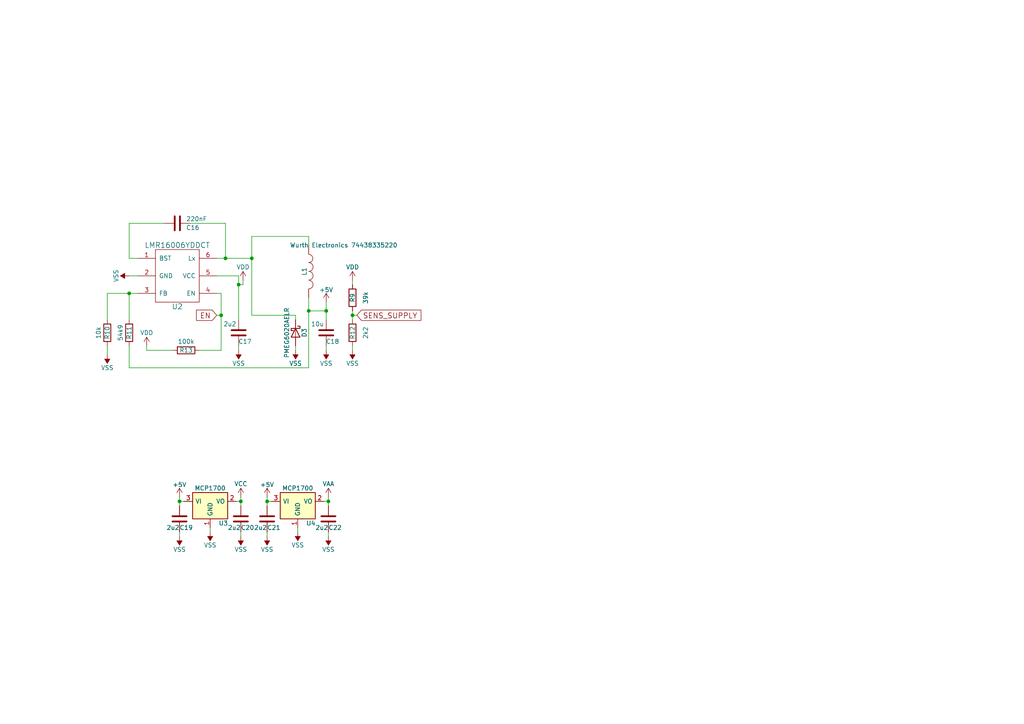
<source format=kicad_sch>
(kicad_sch (version 20211123) (generator eeschema)
  (paper "A4")
  (lib_symbols
    (symbol "Device:C" (pin_numbers hide) (pin_names (offset 0.254))
      (property "Reference" "C" (at 0.635 2.54 0))
      (property "Value" "C" (at 0.635 -2.54 0))
      (symbol "C_0_1"
        (polyline (pts (xy -2.032 -0.762) (xy 2.032 -0.762)) (stroke (width 0.508)))
        (polyline (pts (xy -2.032 0.762) (xy 2.032 0.762)) (stroke (width 0.508)))
      )
      (symbol "C_1_1"
        (pin passive line (at 0 3.81 270) (length 2.794) (name "~") (number "1"))
        (pin passive line (at 0 -3.81 90) (length 2.794) (name "~") (number "2"))
      )
    )
    (symbol "Device:D_Schottky" (pin_numbers hide) (pin_names (offset 1.016) hide)
      (property "Reference" "D" (at 0 2.54 0))
      (property "Value" "D_Schottky" (at 0 -2.54 0))
      (symbol "D_Schottky_0_1"
        (polyline (pts (xy 1.27 0) (xy -1.27 0)))
        (polyline (pts (xy 1.27 1.27) (xy 1.27 -1.27) (xy -1.27 0) (xy 1.27 1.27)) (stroke (width 0.254)))
        (polyline (pts (xy -1.905 0.635) (xy -1.905 1.27) (xy -1.27 1.27) (xy -1.27 -1.27) (xy -0.635 -1.27) (xy -0.635 -0.635)) (stroke (width 0.254)))
      )
      (symbol "D_Schottky_1_1"
        (pin passive line (at -3.81 0 0) (length 2.54) (name "K") (number "1"))
        (pin passive line (at 3.81 0 180) (length 2.54) (name "A") (number "2"))
      )
    )
    (symbol "Device:R" (pin_numbers hide) (pin_names (offset 0))
      (property "Reference" "R" (at 2.032 0 90))
      (property "Value" "R" (at 0 0 90))
      (symbol "R_0_1"
        (rectangle (start -1.016 -2.54) (end 1.016 2.54) (stroke (width 0.254)))
      )
      (symbol "R_1_1"
        (pin passive line (at 0 3.81 270) (length 1.27) (name "~") (number "1"))
        (pin passive line (at 0 -3.81 90) (length 1.27) (name "~") (number "2"))
      )
    )
    (symbol "MINI VESC-rescue:BD9G101G-RESCUE-MINI_VESC" (pin_names (offset 1.016))
      (property "Reference" "U" (at 0 -8.89 0))
      (property "Value" "BD9G101G-RESCUE-MINI_VESC" (at 0 8.89 0))
      (symbol "BD9G101G-RESCUE-MINI_VESC_0_1"
        (rectangle (start -6.35 7.62) (end 6.35 -7.62))
      )
      (symbol "BD9G101G-RESCUE-MINI_VESC_1_1"
        (pin input line (at -11.43 5.08 0) (length 5.08) (name "BST") (number "1"))
        (pin input line (at -11.43 0 0) (length 5.08) (name "GND") (number "2"))
        (pin input line (at -11.43 -5.08 0) (length 5.08) (name "FB") (number "3"))
        (pin input line (at 11.43 -5.08 180) (length 5.08) (name "EN") (number "4"))
        (pin input line (at 11.43 0 180) (length 5.08) (name "VCC") (number "5"))
        (pin input line (at 11.43 5.08 180) (length 5.08) (name "Lx") (number "6"))
      )
    )
    (symbol "MINI VESC-rescue:INDUCTOR-RESCUE-MINI_VESC" (pin_numbers hide) (pin_names (offset 1.016) hide)
      (property "Reference" "L" (at -1.27 0 90))
      (property "Value" "INDUCTOR-RESCUE-MINI_VESC" (at 2.54 0 90))
      (symbol "INDUCTOR-RESCUE-MINI_VESC_0_1"
        (arc (start 0.0254 -5.0546) (mid 1.2449 -3.8097) (end 0.0254 -2.54))
        (arc (start 0.0254 -2.5146) (mid 1.2703 -1.2444) (end 0.0254 0.0508))
        (arc (start 0.0254 0.0254) (mid 1.2703 1.2956) (end 0.0254 2.5908))
        (arc (start 0.0254 2.5654) (mid 1.1941 3.7595) (end 0.0254 4.9784))
      )
      (symbol "INDUCTOR-RESCUE-MINI_VESC_1_1"
        (pin passive line (at 0 7.62 270) (length 2.54) (name "1") (number "1"))
        (pin passive line (at 0 -7.62 90) (length 2.54) (name "2") (number "2"))
      )
    )
    (symbol "MINI VESC-rescue:MCP1700-RESCUE-MINI_VESC" (pin_names (offset 0.762))
      (property "Reference" "U" (at 3.81 -6.35 0))
      (property "Value" "MCP1700-RESCUE-MINI_VESC" (at 0 3.81 0))
      (symbol "MCP1700-RESCUE-MINI_VESC_0_1"
        (rectangle (start -5.08 -5.08) (end 5.08 2.54) (stroke (width 0.254)) (fill (type background)))
      )
      (symbol "MCP1700-RESCUE-MINI_VESC_1_1"
        (pin power_in line (at 0 -7.62 90) (length 2.54) (name "GND") (number "1"))
        (pin power_out line (at 7.62 0 180) (length 2.54) (name "VO") (number "2"))
        (pin power_in line (at -7.62 0 0) (length 2.54) (name "VI") (number "3"))
      )
    )
    (symbol "power:+5V" (power) (pin_names (offset 0))
      (property "Value" "+5V" (at 0 3.556 0))
      (symbol "+5V_0_1"
        (polyline (pts (xy -0.762 1.27) (xy 0 2.54)))
        (polyline (pts (xy 0 0) (xy 0 2.54)))
        (polyline (pts (xy 0 2.54) (xy 0.762 1.27)))
      )
      (symbol "+5V_1_1"
        (pin power_in line (at 0 0 90) (length 0) hide (name "+5V") (number "1"))
      )
    )
    (symbol "power:VAA" (power) (pin_names (offset 0))
      (property "Value" "VAA" (at 0 3.81 0))
      (symbol "VAA_0_1"
        (polyline (pts (xy -0.762 1.27) (xy 0 2.54)))
        (polyline (pts (xy 0 0) (xy 0 2.54)))
        (polyline (pts (xy 0 2.54) (xy 0.762 1.27)))
      )
      (symbol "VAA_1_1"
        (pin power_in line (at 0 0 90) (length 0) hide (name "VAA") (number "1"))
      )
    )
    (symbol "power:VCC" (power) (pin_names (offset 0))
      (property "Value" "VCC" (at 0 3.81 0))
      (symbol "VCC_0_1"
        (polyline (pts (xy -0.762 1.27) (xy 0 2.54)))
        (polyline (pts (xy 0 0) (xy 0 2.54)))
        (polyline (pts (xy 0 2.54) (xy 0.762 1.27)))
      )
      (symbol "VCC_1_1"
        (pin power_in line (at 0 0 90) (length 0) hide (name "VCC") (number "1"))
      )
    )
    (symbol "power:VDD" (power) (pin_names (offset 0))
      (property "Value" "VDD" (at 0 3.81 0))
      (symbol "VDD_0_1"
        (polyline (pts (xy -0.762 1.27) (xy 0 2.54)))
        (polyline (pts (xy 0 0) (xy 0 2.54)))
        (polyline (pts (xy 0 2.54) (xy 0.762 1.27)))
      )
      (symbol "VDD_1_1"
        (pin power_in line (at 0 0 90) (length 0) hide (name "VDD") (number "1"))
      )
    )
    (symbol "power:VSS" (power) (pin_names (offset 0))
      (property "Value" "VSS" (at 0 3.81 0))
      (symbol "VSS_0_1"
        (polyline (pts (xy 0 0) (xy 0 2.54)))
        (polyline (pts (xy 0.762 1.27) (xy -0.762 1.27) (xy 0 2.54) (xy 0.762 1.27)) (fill (type outline)))
      )
      (symbol "VSS_1_1"
        (pin power_in line (at 0 0 90) (length 0) hide (name "VSS") (number "1"))
      )
    )
  )
  (junction (at 69.85 145.415))
  (junction (at 52.07 145.415))
  (junction (at 73.025 74.93))
  (junction (at 95.25 145.415))
  (junction (at 65.405 74.93))
  (junction (at 102.235 91.44))
  (junction (at 89.535 90.17))
  (junction (at 94.615 90.17))
  (junction (at 64.135 91.44))
  (junction (at 37.465 85.09))
  (junction (at 69.215 82.55))
  (junction (at 77.47 145.415))
  (wire (pts (xy 69.85 145.415) (xy 69.85 146.685)))
  (wire (pts (xy 85.725 101.6) (xy 85.725 100.33)))
  (wire (pts (xy 70.485 82.55) (xy 69.215 82.55)))
  (wire (pts (xy 31.115 102.87) (xy 31.115 100.33)))
  (wire (pts (xy 37.465 80.01) (xy 40.005 80.01)))
  (wire (pts (xy 37.465 74.93) (xy 40.005 74.93)))
  (wire (pts (xy 85.725 91.44) (xy 73.025 91.44)))
  (wire (pts (xy 77.47 154.305) (xy 77.47 155.575)))
  (wire (pts (xy 60.96 153.035) (xy 60.96 154.305)))
  (wire (pts (xy 37.465 100.33) (xy 37.465 106.68)))
  (wire (pts (xy 94.615 90.17) (xy 89.535 90.17)))
  (wire (pts (xy 70.485 81.28) (xy 70.485 82.55)))
  (wire (pts (xy 69.215 82.55) (xy 69.215 80.01)))
  (wire (pts (xy 85.725 92.71) (xy 85.725 91.44)))
  (wire (pts (xy 77.47 144.145) (xy 77.47 145.415)))
  (wire (pts (xy 64.135 101.6) (xy 57.785 101.6)))
  (wire (pts (xy 62.865 74.93) (xy 65.405 74.93)))
  (wire (pts (xy 95.25 145.415) (xy 95.25 146.685)))
  (wire (pts (xy 89.535 68.58) (xy 73.025 68.58)))
  (wire (pts (xy 103.505 91.44) (xy 102.235 91.44)))
  (wire (pts (xy 69.85 154.305) (xy 69.85 155.575)))
  (wire (pts (xy 95.25 144.145) (xy 95.25 145.415)))
  (wire (pts (xy 52.07 145.415) (xy 52.07 146.685)))
  (wire (pts (xy 62.865 91.44) (xy 64.135 91.44)))
  (wire (pts (xy 68.58 145.415) (xy 69.85 145.415)))
  (wire (pts (xy 42.545 101.6) (xy 50.165 101.6)))
  (wire (pts (xy 94.615 90.17) (xy 94.615 92.71)))
  (wire (pts (xy 89.535 90.17) (xy 89.535 86.36)))
  (wire (pts (xy 42.545 100.33) (xy 42.545 101.6)))
  (wire (pts (xy 77.47 145.415) (xy 78.74 145.415)))
  (wire (pts (xy 73.025 74.93) (xy 73.025 91.44)))
  (wire (pts (xy 69.215 92.71) (xy 69.215 82.55)))
  (wire (pts (xy 64.135 85.09) (xy 62.865 85.09)))
  (wire (pts (xy 69.215 101.6) (xy 69.215 100.33)))
  (wire (pts (xy 102.235 92.71) (xy 102.235 91.44)))
  (wire (pts (xy 52.07 155.575) (xy 52.07 154.305)))
  (wire (pts (xy 64.135 91.44) (xy 64.135 101.6)))
  (wire (pts (xy 37.465 85.09) (xy 40.005 85.09)))
  (wire (pts (xy 65.405 64.77) (xy 65.405 74.93)))
  (wire (pts (xy 73.025 68.58) (xy 73.025 74.93)))
  (wire (pts (xy 94.615 101.6) (xy 94.615 100.33)))
  (wire (pts (xy 52.07 144.145) (xy 52.07 145.415)))
  (wire (pts (xy 86.36 153.035) (xy 86.36 154.305)))
  (wire (pts (xy 55.245 64.77) (xy 65.405 64.77)))
  (wire (pts (xy 31.115 85.09) (xy 31.115 92.71)))
  (wire (pts (xy 69.215 80.01) (xy 62.865 80.01)))
  (wire (pts (xy 65.405 74.93) (xy 73.025 74.93)))
  (wire (pts (xy 102.235 101.6) (xy 102.235 100.33)))
  (wire (pts (xy 89.535 106.68) (xy 89.535 90.17)))
  (wire (pts (xy 89.535 68.58) (xy 89.535 71.12)))
  (wire (pts (xy 77.47 145.415) (xy 77.47 146.685)))
  (wire (pts (xy 95.25 145.415) (xy 93.98 145.415)))
  (wire (pts (xy 102.235 82.55) (xy 102.235 81.28)))
  (wire (pts (xy 37.465 85.09) (xy 37.465 92.71)))
  (wire (pts (xy 37.465 106.68) (xy 89.535 106.68)))
  (wire (pts (xy 31.115 85.09) (xy 37.465 85.09)))
  (wire (pts (xy 95.25 154.305) (xy 95.25 155.575)))
  (wire (pts (xy 52.07 145.415) (xy 53.34 145.415)))
  (wire (pts (xy 64.135 85.09) (xy 64.135 91.44)))
  (wire (pts (xy 102.235 91.44) (xy 102.235 90.17)))
  (wire (pts (xy 37.465 64.77) (xy 37.465 74.93)))
  (wire (pts (xy 69.85 144.145) (xy 69.85 145.415)))
  (wire (pts (xy 47.625 64.77) (xy 37.465 64.77)))
  (wire (pts (xy 94.615 87.63) (xy 94.615 90.17)))
  (global_label "EN" (shape input) (at 62.865 91.44 180) (effects (font (size 1.524 1.524))) (property "Intersheet References" "${INTERSHEET_REFS}" (effects hide)))
  (global_label "SENS_SUPPLY" (shape input) (at 103.505 91.44 0) (effects (font (size 1.524 1.524))) (property "Intersheet References" "${INTERSHEET_REFS}" (effects hide)))
  (symbol (lib_id "power:VCC") (at 69.85 144.145 0) (unit 1)
    (property "Reference" "#PWR0140" (effects hide))
    (property "Value" "VCC" (at 69.85 140.335 0))
  )
  (symbol (lib_id "power:+5V") (at 52.07 144.145 0) (unit 1)
    (property "Reference" "#PWR0138" (effects hide))
    (property "Value" "+5V" (at 52.07 140.589 0))
  )
  (symbol (lib_id "MINI VESC-rescue:BD9G101G-RESCUE-MINI_VESC") (at 51.435 80.01 0) (unit 1)
    (property "Reference" "U2" (at 51.435 88.9 0) (effects (font (size 1.524 1.524))))
    (property "Value" "LMR16006YDDCT" (at 51.435 71.12 0) (effects (font (size 1.524 1.524))))
    (property "Footprint" "TO_SOT_Packages_SMD:SOT-23-6" (effects hide))
    (property "Datasheet" "https://www.ti.com/lit/ds/symlink/lmr16006.pdf" (effects hide))
  )
  (symbol (lib_id "power:VDD") (at 70.485 81.28 0) (unit 1)
    (property "Reference" "#PWR0149" (effects hide))
    (property "Value" "VDD" (at 70.485 77.47 0))
  )
  (symbol (lib_id "Device:C") (at 94.615 96.52 180) (unit 1)
    (property "Reference" "C18" (at 98.425 99.06 0) (effects (justify left)))
    (property "Value" "10u" (at 93.98 93.98 0) (effects (justify left)))
    (property "Footprint" "Resistors_SMD:R_1206" (effects hide))
  )
  (symbol (lib_id "power:VSS") (at 85.725 101.6 180) (unit 1)
    (property "Reference" "#PWR0136" (effects hide))
    (property "Value" "VSS" (at 85.725 105.41 0))
  )
  (symbol (lib_id "Device:R") (at 53.975 101.6 90) (unit 1)
    (property "Reference" "R13" (at 53.975 101.6 90))
    (property "Value" "100k" (at 53.975 99.06 90))
    (property "Footprint" "Resistors_SMD:R_0603" (effects hide))
  )
  (symbol (lib_id "power:VSS") (at 86.36 154.305 180) (unit 1)
    (property "Reference" "#PWR0145" (effects hide))
    (property "Value" "VSS" (at 86.36 158.115 0))
  )
  (symbol (lib_id "MINI VESC-rescue:INDUCTOR-RESCUE-MINI_VESC") (at 89.535 78.74 0) (unit 1)
    (property "Reference" "L1" (at 88.265 78.74 90))
    (property "Value" "Wurth Electronics 74438335220" (at 99.695 71.12 0))
    (property "Footprint" "mojaKniznica:WE-MAPI" (effects hide))
  )
  (symbol (lib_id "Device:C") (at 69.215 96.52 180) (unit 1)
    (property "Reference" "C17" (at 73.025 99.06 0) (effects (justify left)))
    (property "Value" "2u2" (at 68.58 93.98 0) (effects (justify left)))
    (property "Footprint" "Resistors_SMD:R_1206" (effects hide))
  )
  (symbol (lib_id "power:VSS") (at 37.465 80.01 90) (unit 1)
    (property "Reference" "#PWR0155" (effects hide))
    (property "Value" "VSS" (at 33.655 80.01 0))
  )
  (symbol (lib_id "Device:R") (at 31.115 96.52 180) (unit 1)
    (property "Reference" "R10" (at 31.115 96.52 90))
    (property "Value" "10k" (at 28.575 96.52 90))
    (property "Footprint" "Resistors_SMD:R_0603" (effects hide))
  )
  (symbol (lib_id "Device:C") (at 95.25 150.495 0) (unit 1)
    (property "Reference" "C22" (at 95.25 153.035 0) (effects (justify left)))
    (property "Value" "2u2" (at 91.44 153.035 0) (effects (justify left)))
    (property "Footprint" "Capacitors_SMD:C_0603" (effects hide))
  )
  (symbol (lib_id "Device:R") (at 37.465 96.52 180) (unit 1)
    (property "Reference" "R11" (at 37.465 96.52 90))
    (property "Value" "54k9" (at 34.925 96.52 90))
    (property "Footprint" "Resistors_SMD:R_0603" (effects hide))
  )
  (symbol (lib_id "power:VSS") (at 95.25 155.575 180) (unit 1)
    (property "Reference" "#PWR0146" (effects hide))
    (property "Value" "VSS" (at 95.25 159.385 0))
  )
  (symbol (lib_id "power:+5V") (at 94.615 87.63 0) (unit 1)
    (property "Reference" "#PWR0147" (effects hide))
    (property "Value" "+5V" (at 94.615 84.074 0))
  )
  (symbol (lib_id "power:VSS") (at 102.235 101.6 180) (unit 1)
    (property "Reference" "#PWR0152" (effects hide))
    (property "Value" "VSS" (at 102.235 105.41 0))
  )
  (symbol (lib_id "Device:C") (at 69.85 150.495 0) (unit 1)
    (property "Reference" "C20" (at 69.85 153.035 0) (effects (justify left)))
    (property "Value" "2u2" (at 66.04 153.035 0) (effects (justify left)))
    (property "Footprint" "Capacitors_SMD:C_0603" (effects hide))
  )
  (symbol (lib_id "power:VSS") (at 77.47 155.575 180) (unit 1)
    (property "Reference" "#PWR0142" (effects hide))
    (property "Value" "VSS" (at 77.47 159.385 0))
  )
  (symbol (lib_id "power:VDD") (at 102.235 81.28 0) (unit 1)
    (property "Reference" "#PWR0148" (effects hide))
    (property "Value" "VDD" (at 102.235 77.47 0))
  )
  (symbol (lib_id "power:VSS") (at 31.115 102.87 180) (unit 1)
    (property "Reference" "#PWR0153" (effects hide))
    (property "Value" "VSS" (at 31.115 106.68 0))
  )
  (symbol (lib_id "power:VSS") (at 69.85 155.575 180) (unit 1)
    (property "Reference" "#PWR0143" (effects hide))
    (property "Value" "VSS" (at 69.85 159.385 0))
  )
  (symbol (lib_id "power:VSS") (at 52.07 155.575 180) (unit 1)
    (property "Reference" "#PWR0144" (effects hide))
    (property "Value" "VSS" (at 52.07 159.385 0))
  )
  (symbol (lib_id "power:VAA") (at 95.25 144.145 0) (unit 1)
    (property "Reference" "#PWR0141" (effects hide))
    (property "Value" "VAA" (at 95.25 140.335 0))
  )
  (symbol (lib_id "Device:R") (at 102.235 96.52 180) (unit 1)
    (property "Reference" "R12" (at 102.235 96.52 90))
    (property "Value" "2k2" (at 106.045 96.52 90))
    (property "Footprint" "Resistors_SMD:R_0603" (effects hide))
  )
  (symbol (lib_id "power:VSS") (at 69.215 101.6 180) (unit 1)
    (property "Reference" "#PWR0150" (effects hide))
    (property "Value" "VSS" (at 69.215 105.41 0))
  )
  (symbol (lib_id "Device:R") (at 102.235 86.36 0) (unit 1)
    (property "Reference" "R9" (at 102.235 86.36 90))
    (property "Value" "39k" (at 106.045 86.36 90))
    (property "Footprint" "Resistors_SMD:R_0603" (effects hide))
  )
  (symbol (lib_id "power:+5V") (at 77.47 144.145 0) (unit 1)
    (property "Reference" "#PWR0139" (effects hide))
    (property "Value" "+5V" (at 77.47 140.589 0))
  )
  (symbol (lib_id "power:VSS") (at 94.615 101.6 180) (unit 1)
    (property "Reference" "#PWR0151" (effects hide))
    (property "Value" "VSS" (at 94.615 105.41 0))
  )
  (symbol (lib_id "power:VDD") (at 42.545 100.33 0) (unit 1)
    (property "Reference" "#PWR0154" (effects hide))
    (property "Value" "VDD" (at 42.545 96.52 0))
  )
  (symbol (lib_id "Device:C") (at 51.435 64.77 270) (unit 1)
    (property "Reference" "C16" (at 53.975 66.04 90) (effects (justify left)))
    (property "Value" "220nF" (at 53.975 63.5 90) (effects (justify left)))
    (property "Footprint" "Resistors_SMD:R_0603" (effects hide))
  )
  (symbol (lib_id "Device:D_Schottky") (at 85.725 96.52 270) (unit 1)
    (property "Reference" "D3" (at 88.265 96.52 0))
    (property "Value" "PMEG6020AELR" (at 83.185 96.52 0))
    (property "Footprint" "Diodes_SMD:D_SOD-123" (effects hide))
  )
  (symbol (lib_id "Device:C") (at 52.07 150.495 0) (unit 1)
    (property "Reference" "C19" (at 52.07 153.035 0) (effects (justify left)))
    (property "Value" "2u2" (at 48.26 153.035 0) (effects (justify left)))
    (property "Footprint" "Capacitors_SMD:C_0603" (effects hide))
  )
  (symbol (lib_id "MINI VESC-rescue:MCP1700-RESCUE-MINI_VESC") (at 86.36 145.415 0) (unit 1)
    (property "Reference" "U4" (at 90.17 151.765 0))
    (property "Value" "MCP1700" (at 86.36 141.605 0))
    (property "Footprint" "TO_SOT_Packages_SMD:SOT-23" (effects hide))
  )
  (symbol (lib_id "MINI VESC-rescue:MCP1700-RESCUE-MINI_VESC") (at 60.96 145.415 0) (unit 1)
    (property "Reference" "U3" (at 64.77 151.765 0))
    (property "Value" "MCP1700" (at 60.96 141.605 0))
    (property "Footprint" "TO_SOT_Packages_SMD:SOT-23" (effects hide))
  )
  (symbol (lib_id "Device:C") (at 77.47 150.495 0) (unit 1)
    (property "Reference" "C21" (at 77.47 153.035 0) (effects (justify left)))
    (property "Value" "2u2" (at 73.66 153.035 0) (effects (justify left)))
    (property "Footprint" "Capacitors_SMD:C_0603" (effects hide))
  )
  (symbol (lib_id "power:VSS") (at 60.96 154.305 180) (unit 1)
    (property "Reference" "#PWR0137" (effects hide))
    (property "Value" "VSS" (at 60.96 158.115 0))
  )
)
</source>
